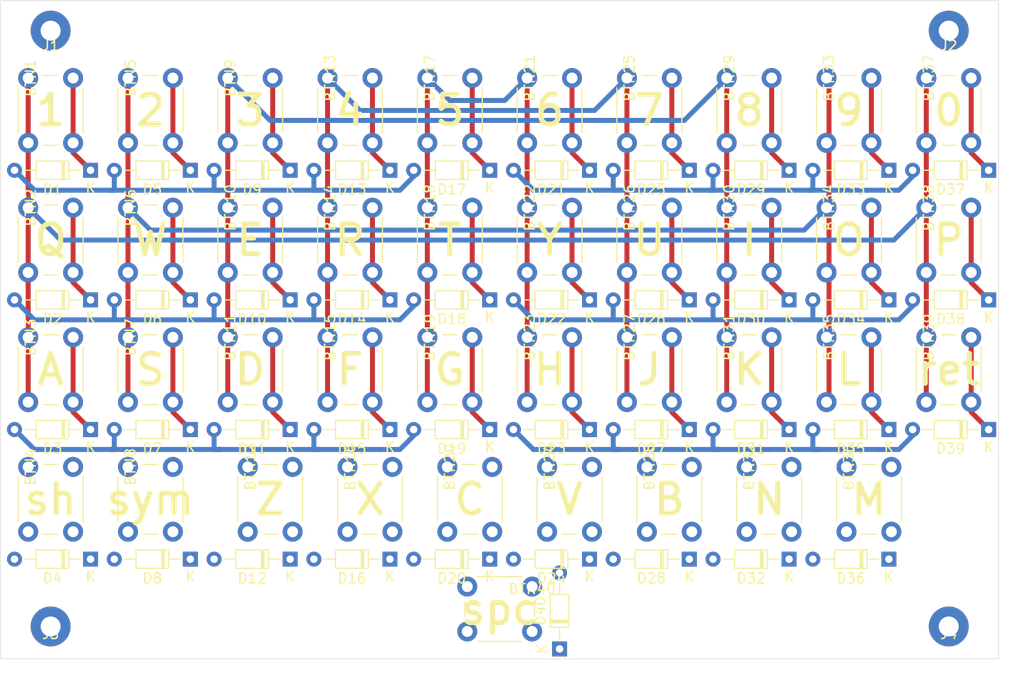
<source format=kicad_pcb>
(kicad_pcb (version 20171130) (host pcbnew 5.1.5-52549c5~84~ubuntu16.04.1)
  (layers (0 F.Cu signal) (31 B.Cu signal) (34 B.Paste user) (35 F.Paste user) (36 B.SilkS user) (37 F.SilkS user) (38 B.Mask user) (39 F.Mask user) (44 Edge.Cuts user))
  (net 0 "")
  (net 1 /ROW1)
  (net 2 "Net-(BTN3-Pad2)")
  (net 3 "Net-(BTN4-Pad2)")
  (net 4 /ROW2)
  (net 5 "Net-(BTN7-Pad2)")
  (net 6 "Net-(BTN8-Pad2)")
  (net 7 /ROW3)
  (net 8 "Net-(BTN9-Pad2)")
  (net 9 "Net-(BTN10-Pad2)")
  (net 10 "Net-(BTN11-Pad2)")
  (net 11 "Net-(BTN12-Pad2)")
  (net 12 /ROW4)
  (net 13 "Net-(BTN13-Pad2)")
  (net 14 "Net-(BTN14-Pad2)")
  (net 15 "Net-(BTN15-Pad2)")
  (net 16 "Net-(BTN16-Pad2)")
  (net 17 /ROW5)
  (net 18 "Net-(BTN17-Pad2)")
  (net 19 "Net-(BTN18-Pad2)")
  (net 20 "Net-(BTN19-Pad2)")
  (net 21 "Net-(BTN20-Pad2)")
  (net 22 "Net-(BTN21-Pad2)")
  (net 23 "Net-(BTN22-Pad2)")
  (net 24 "Net-(BTN23-Pad2)")
  (net 25 "Net-(BTN24-Pad2)")
  (net 26 "Net-(BTN25-Pad2)")
  (net 27 "Net-(BTN26-Pad2)")
  (net 28 "Net-(BTN27-Pad2)")
  (net 29 "Net-(BTN28-Pad2)")
  (net 30 "Net-(BTN29-Pad2)")
  (net 31 "Net-(BTN30-Pad2)")
  (net 32 "Net-(BTN31-Pad2)")
  (net 33 "Net-(BTN32-Pad2)")
  (net 34 "Net-(BTN33-Pad2)")
  (net 35 "Net-(BTN34-Pad2)")
  (net 36 "Net-(BTN35-Pad2)")
  (net 37 "Net-(BTN36-Pad2)")
  (net 38 "Net-(BTN37-Pad2)")
  (net 39 "Net-(BTN38-Pad2)")
  (net 40 "Net-(BTN39-Pad2)")
  (net 41 "Net-(BTN40-Pad2)")
  (net 42 /COL1)
  (net 43 /COL2)
  (net 44 /COL3)
  (net 45 /COL4)
  (net 46 /COL5)
  (net 47 /COL6)
  (net 48 /COL7)
  (net 49 /COL8)
  (net 50 /1)
  (net 51 /Q)
  (net 52 /2)
  (net 53 /W)
  (net 54 "Net-(J1-Pad1)")
  (net 55 "Net-(J2-Pad1)")
  (net 56 "Net-(J3-Pad1)")
  (net 57 "Net-(J4-Pad1)")
  (module keyboard:HOLE_2mm_Keep4mm (layer F.Cu) (at 109 77)
    (fp_text reference J4 (at 0 0.5) (layer F.SilkS))
    (fp_text value PIN)
    (pad 1 thru_hole circle (at 0 -0.25) (size 4 4) (drill 2) (layers *.Cu *.Mask) (net 57 "Net-(J4-Pad1)"))
  )
  (module keyboard:HOLE_2mm_Keep4mm (layer F.Cu) (at 19 77)
    (fp_text reference J3 (at 0 0.5) (layer F.SilkS))
    (fp_text value PIN)
    (pad 1 thru_hole circle (at 0 -0.25) (size 4 4) (drill 2) (layers *.Cu *.Mask) (net 56 "Net-(J3-Pad1)"))
  )
  (module keyboard:HOLE_2mm_Keep4mm (layer F.Cu) (at 109 18)
    (fp_text reference J2 (at 0 0.5) (layer F.SilkS))
    (fp_text value PIN)
    (pad 1 thru_hole circle (at 0 -1) (size 4 4) (drill 2) (layers *.Cu *.Mask) (net 55 "Net-(J2-Pad1)"))
  )
  (module keyboard:HOLE_2mm_Keep4mm (layer F.Cu) (at 19 18)
    (fp_text reference J1 (at 0 0.5) (layer F.SilkS))
    (fp_text value PIN)
    (pad 1 thru_hole circle (at 0 -1) (size 4 4) (drill 2) (layers *.Cu *.Mask) (net 54 "Net-(J1-Pad1)"))
  )
  (module keyboard:SW_PUSH_6mm (layer F.Cu) (at 64 75)
    (fp_text reference BTN40 (at 3.25 -2) (layer F.SilkS))
    (fp_text value SPC)
    (pad 1 thru_hole circle (at 3.25 -2.25 90) (size 2 2) (drill 1.1) (layers *.Cu *.Mask) (net 1 /ROW1))
    (pad 2 thru_hole circle (at 3.25 2.25 90) (size 2 2) (drill 1.1) (layers *.Cu *.Mask) (net 41 "Net-(BTN40-Pad2)"))
    (pad 1 thru_hole circle (at -3.25 -2.25 90) (size 2 2) (drill 1.1) (layers *.Cu *.Mask) (net 1 /ROW1))
    (pad 2 thru_hole circle (at -3.25 2.25 90) (size 2 2) (drill 1.1) (layers *.Cu *.Mask) (net 41 "Net-(BTN40-Pad2)"))
  )
  (module keyboard:SW_PUSH_6mm (layer F.Cu) (at 109 51 90)
    (fp_text reference BTN39 (at 3.25 -2 90) (layer F.SilkS))
    (fp_text value RET)
    (pad 1 thru_hole circle (at 3.25 -2.25 180) (size 2 2) (drill 1.1) (layers *.Cu *.Mask) (net 1 /ROW1))
    (pad 2 thru_hole circle (at 3.25 2.25 180) (size 2 2) (drill 1.1) (layers *.Cu *.Mask) (net 40 "Net-(BTN39-Pad2)"))
    (pad 1 thru_hole circle (at -3.25 -2.25 180) (size 2 2) (drill 1.1) (layers *.Cu *.Mask) (net 1 /ROW1))
    (pad 2 thru_hole circle (at -3.25 2.25 180) (size 2 2) (drill 1.1) (layers *.Cu *.Mask) (net 40 "Net-(BTN39-Pad2)"))
  )
  (module keyboard:SW_PUSH_6mm (layer F.Cu) (at 109 38 90)
    (fp_text reference BTN38 (at 3.25 -2 90) (layer F.SilkS))
    (fp_text value P)
    (pad 1 thru_hole circle (at 3.25 -2.25 180) (size 2 2) (drill 1.1) (layers *.Cu *.Mask) (net 1 /ROW1))
    (pad 2 thru_hole circle (at 3.25 2.25 180) (size 2 2) (drill 1.1) (layers *.Cu *.Mask) (net 39 "Net-(BTN38-Pad2)"))
    (pad 1 thru_hole circle (at -3.25 -2.25 180) (size 2 2) (drill 1.1) (layers *.Cu *.Mask) (net 1 /ROW1))
    (pad 2 thru_hole circle (at -3.25 2.25 180) (size 2 2) (drill 1.1) (layers *.Cu *.Mask) (net 39 "Net-(BTN38-Pad2)"))
  )
  (module keyboard:SW_PUSH_6mm (layer F.Cu) (at 109 25 90)
    (fp_text reference BTN37 (at 3.25 -2 90) (layer F.SilkS))
    (fp_text value 0)
    (pad 1 thru_hole circle (at 3.25 -2.25 180) (size 2 2) (drill 1.1) (layers *.Cu *.Mask) (net 1 /ROW1))
    (pad 2 thru_hole circle (at 3.25 2.25 180) (size 2 2) (drill 1.1) (layers *.Cu *.Mask) (net 38 "Net-(BTN37-Pad2)"))
    (pad 1 thru_hole circle (at -3.25 -2.25 180) (size 2 2) (drill 1.1) (layers *.Cu *.Mask) (net 1 /ROW1))
    (pad 2 thru_hole circle (at -3.25 2.25 180) (size 2 2) (drill 1.1) (layers *.Cu *.Mask) (net 38 "Net-(BTN37-Pad2)"))
  )
  (module keyboard:SW_PUSH_6mm (layer F.Cu) (at 101 64 90)
    (fp_text reference BTN36 (at 3.25 -2 90) (layer F.SilkS))
    (fp_text value btn)
    (pad 1 thru_hole circle (at 3.25 -2.25 180) (size 2 2) (drill 1.1) (layers *.Cu *.Mask) (net 4 /ROW2))
    (pad 2 thru_hole circle (at 3.25 2.25 180) (size 2 2) (drill 1.1) (layers *.Cu *.Mask) (net 37 "Net-(BTN36-Pad2)"))
    (pad 1 thru_hole circle (at -3.25 -2.25 180) (size 2 2) (drill 1.1) (layers *.Cu *.Mask) (net 4 /ROW2))
    (pad 2 thru_hole circle (at -3.25 2.25 180) (size 2 2) (drill 1.1) (layers *.Cu *.Mask) (net 37 "Net-(BTN36-Pad2)"))
  )
  (module keyboard:SW_PUSH_6mm (layer F.Cu) (at 99 51 90)
    (fp_text reference BTN35 (at 3.25 -2 90) (layer F.SilkS))
    (fp_text value L)
    (pad 1 thru_hole circle (at 3.25 -2.25 180) (size 2 2) (drill 1.1) (layers *.Cu *.Mask) (net 4 /ROW2))
    (pad 2 thru_hole circle (at 3.25 2.25 180) (size 2 2) (drill 1.1) (layers *.Cu *.Mask) (net 36 "Net-(BTN35-Pad2)"))
    (pad 1 thru_hole circle (at -3.25 -2.25 180) (size 2 2) (drill 1.1) (layers *.Cu *.Mask) (net 4 /ROW2))
    (pad 2 thru_hole circle (at -3.25 2.25 180) (size 2 2) (drill 1.1) (layers *.Cu *.Mask) (net 36 "Net-(BTN35-Pad2)"))
  )
  (module keyboard:SW_PUSH_6mm (layer F.Cu) (at 99 38 90)
    (fp_text reference BTN34 (at 3.25 -2 90) (layer F.SilkS))
    (fp_text value o)
    (pad 1 thru_hole circle (at 3.25 -2.25 180) (size 2 2) (drill 1.1) (layers *.Cu *.Mask) (net 4 /ROW2))
    (pad 2 thru_hole circle (at 3.25 2.25 180) (size 2 2) (drill 1.1) (layers *.Cu *.Mask) (net 35 "Net-(BTN34-Pad2)"))
    (pad 1 thru_hole circle (at -3.25 -2.25 180) (size 2 2) (drill 1.1) (layers *.Cu *.Mask) (net 4 /ROW2))
    (pad 2 thru_hole circle (at -3.25 2.25 180) (size 2 2) (drill 1.1) (layers *.Cu *.Mask) (net 35 "Net-(BTN34-Pad2)"))
  )
  (module keyboard:SW_PUSH_6mm (layer F.Cu) (at 99 25 90)
    (fp_text reference BTN33 (at 3.25 -2 90) (layer F.SilkS))
    (fp_text value 9)
    (pad 1 thru_hole circle (at 3.25 -2.25 180) (size 2 2) (drill 1.1) (layers *.Cu *.Mask) (net 4 /ROW2))
    (pad 2 thru_hole circle (at 3.25 2.25 180) (size 2 2) (drill 1.1) (layers *.Cu *.Mask) (net 34 "Net-(BTN33-Pad2)"))
    (pad 1 thru_hole circle (at -3.25 -2.25 180) (size 2 2) (drill 1.1) (layers *.Cu *.Mask) (net 4 /ROW2))
    (pad 2 thru_hole circle (at -3.25 2.25 180) (size 2 2) (drill 1.1) (layers *.Cu *.Mask) (net 34 "Net-(BTN33-Pad2)"))
  )
  (module keyboard:SW_PUSH_6mm (layer F.Cu) (at 91 64 90)
    (fp_text reference BTN32 (at 3.25 -2 90) (layer F.SilkS))
    (fp_text value N)
    (pad 1 thru_hole circle (at 3.25 -2.25 180) (size 2 2) (drill 1.1) (layers *.Cu *.Mask) (net 7 /ROW3))
    (pad 2 thru_hole circle (at 3.25 2.25 180) (size 2 2) (drill 1.1) (layers *.Cu *.Mask) (net 33 "Net-(BTN32-Pad2)"))
    (pad 1 thru_hole circle (at -3.25 -2.25 180) (size 2 2) (drill 1.1) (layers *.Cu *.Mask) (net 7 /ROW3))
    (pad 2 thru_hole circle (at -3.25 2.25 180) (size 2 2) (drill 1.1) (layers *.Cu *.Mask) (net 33 "Net-(BTN32-Pad2)"))
  )
  (module keyboard:SW_PUSH_6mm (layer F.Cu) (at 89 51 90)
    (fp_text reference BTN31 (at 3.25 -2 90) (layer F.SilkS))
    (fp_text value K)
    (pad 1 thru_hole circle (at 3.25 -2.25 180) (size 2 2) (drill 1.1) (layers *.Cu *.Mask) (net 7 /ROW3))
    (pad 2 thru_hole circle (at 3.25 2.25 180) (size 2 2) (drill 1.1) (layers *.Cu *.Mask) (net 32 "Net-(BTN31-Pad2)"))
    (pad 1 thru_hole circle (at -3.25 -2.25 180) (size 2 2) (drill 1.1) (layers *.Cu *.Mask) (net 7 /ROW3))
    (pad 2 thru_hole circle (at -3.25 2.25 180) (size 2 2) (drill 1.1) (layers *.Cu *.Mask) (net 32 "Net-(BTN31-Pad2)"))
  )
  (module keyboard:SW_PUSH_6mm (layer F.Cu) (at 89 38 90)
    (fp_text reference BTN30 (at 3.25 -2 90) (layer F.SilkS))
    (fp_text value I)
    (pad 1 thru_hole circle (at 3.25 -2.25 180) (size 2 2) (drill 1.1) (layers *.Cu *.Mask) (net 7 /ROW3))
    (pad 2 thru_hole circle (at 3.25 2.25 180) (size 2 2) (drill 1.1) (layers *.Cu *.Mask) (net 31 "Net-(BTN30-Pad2)"))
    (pad 1 thru_hole circle (at -3.25 -2.25 180) (size 2 2) (drill 1.1) (layers *.Cu *.Mask) (net 7 /ROW3))
    (pad 2 thru_hole circle (at -3.25 2.25 180) (size 2 2) (drill 1.1) (layers *.Cu *.Mask) (net 31 "Net-(BTN30-Pad2)"))
  )
  (module keyboard:SW_PUSH_6mm (layer F.Cu) (at 89 25 90)
    (fp_text reference BTN29 (at 3.25 -2 90) (layer F.SilkS))
    (fp_text value 8)
    (pad 1 thru_hole circle (at 3.25 -2.25 180) (size 2 2) (drill 1.1) (layers *.Cu *.Mask) (net 7 /ROW3))
    (pad 2 thru_hole circle (at 3.25 2.25 180) (size 2 2) (drill 1.1) (layers *.Cu *.Mask) (net 30 "Net-(BTN29-Pad2)"))
    (pad 1 thru_hole circle (at -3.25 -2.25 180) (size 2 2) (drill 1.1) (layers *.Cu *.Mask) (net 7 /ROW3))
    (pad 2 thru_hole circle (at -3.25 2.25 180) (size 2 2) (drill 1.1) (layers *.Cu *.Mask) (net 30 "Net-(BTN29-Pad2)"))
  )
  (module keyboard:SW_PUSH_6mm (layer F.Cu) (at 81 64 90)
    (fp_text reference BTN28 (at 3.25 -2 90) (layer F.SilkS))
    (fp_text value B)
    (pad 1 thru_hole circle (at 3.25 -2.25 180) (size 2 2) (drill 1.1) (layers *.Cu *.Mask) (net 12 /ROW4))
    (pad 2 thru_hole circle (at 3.25 2.25 180) (size 2 2) (drill 1.1) (layers *.Cu *.Mask) (net 29 "Net-(BTN28-Pad2)"))
    (pad 1 thru_hole circle (at -3.25 -2.25 180) (size 2 2) (drill 1.1) (layers *.Cu *.Mask) (net 12 /ROW4))
    (pad 2 thru_hole circle (at -3.25 2.25 180) (size 2 2) (drill 1.1) (layers *.Cu *.Mask) (net 29 "Net-(BTN28-Pad2)"))
  )
  (module keyboard:SW_PUSH_6mm (layer F.Cu) (at 79 51 90)
    (fp_text reference BTN27 (at 3.25 -2 90) (layer F.SilkS))
    (fp_text value J)
    (pad 1 thru_hole circle (at 3.25 -2.25 180) (size 2 2) (drill 1.1) (layers *.Cu *.Mask) (net 12 /ROW4))
    (pad 2 thru_hole circle (at 3.25 2.25 180) (size 2 2) (drill 1.1) (layers *.Cu *.Mask) (net 28 "Net-(BTN27-Pad2)"))
    (pad 1 thru_hole circle (at -3.25 -2.25 180) (size 2 2) (drill 1.1) (layers *.Cu *.Mask) (net 12 /ROW4))
    (pad 2 thru_hole circle (at -3.25 2.25 180) (size 2 2) (drill 1.1) (layers *.Cu *.Mask) (net 28 "Net-(BTN27-Pad2)"))
  )
  (module keyboard:SW_PUSH_6mm (layer F.Cu) (at 79 38 90)
    (fp_text reference BTN26 (at 3.25 -2 90) (layer F.SilkS))
    (fp_text value U)
    (pad 1 thru_hole circle (at 3.25 -2.25 180) (size 2 2) (drill 1.1) (layers *.Cu *.Mask) (net 12 /ROW4))
    (pad 2 thru_hole circle (at 3.25 2.25 180) (size 2 2) (drill 1.1) (layers *.Cu *.Mask) (net 27 "Net-(BTN26-Pad2)"))
    (pad 1 thru_hole circle (at -3.25 -2.25 180) (size 2 2) (drill 1.1) (layers *.Cu *.Mask) (net 12 /ROW4))
    (pad 2 thru_hole circle (at -3.25 2.25 180) (size 2 2) (drill 1.1) (layers *.Cu *.Mask) (net 27 "Net-(BTN26-Pad2)"))
  )
  (module keyboard:SW_PUSH_6mm (layer F.Cu) (at 79 25 90)
    (fp_text reference BTN25 (at 3.25 -2 90) (layer F.SilkS))
    (fp_text value 7)
    (pad 1 thru_hole circle (at 3.25 -2.25 180) (size 2 2) (drill 1.1) (layers *.Cu *.Mask) (net 12 /ROW4))
    (pad 2 thru_hole circle (at 3.25 2.25 180) (size 2 2) (drill 1.1) (layers *.Cu *.Mask) (net 26 "Net-(BTN25-Pad2)"))
    (pad 1 thru_hole circle (at -3.25 -2.25 180) (size 2 2) (drill 1.1) (layers *.Cu *.Mask) (net 12 /ROW4))
    (pad 2 thru_hole circle (at -3.25 2.25 180) (size 2 2) (drill 1.1) (layers *.Cu *.Mask) (net 26 "Net-(BTN25-Pad2)"))
  )
  (module keyboard:SW_PUSH_6mm (layer F.Cu) (at 71 64 90)
    (fp_text reference BTN24 (at 3.25 -2 90) (layer F.SilkS))
    (fp_text value V)
    (pad 1 thru_hole circle (at 3.25 -2.25 180) (size 2 2) (drill 1.1) (layers *.Cu *.Mask) (net 17 /ROW5))
    (pad 2 thru_hole circle (at 3.25 2.25 180) (size 2 2) (drill 1.1) (layers *.Cu *.Mask) (net 25 "Net-(BTN24-Pad2)"))
    (pad 1 thru_hole circle (at -3.25 -2.25 180) (size 2 2) (drill 1.1) (layers *.Cu *.Mask) (net 17 /ROW5))
    (pad 2 thru_hole circle (at -3.25 2.25 180) (size 2 2) (drill 1.1) (layers *.Cu *.Mask) (net 25 "Net-(BTN24-Pad2)"))
  )
  (module keyboard:SW_PUSH_6mm (layer F.Cu) (at 69 51 90)
    (fp_text reference BTN23 (at 3.25 -2 90) (layer F.SilkS))
    (fp_text value H)
    (pad 1 thru_hole circle (at 3.25 -2.25 180) (size 2 2) (drill 1.1) (layers *.Cu *.Mask) (net 17 /ROW5))
    (pad 2 thru_hole circle (at 3.25 2.25 180) (size 2 2) (drill 1.1) (layers *.Cu *.Mask) (net 24 "Net-(BTN23-Pad2)"))
    (pad 1 thru_hole circle (at -3.25 -2.25 180) (size 2 2) (drill 1.1) (layers *.Cu *.Mask) (net 17 /ROW5))
    (pad 2 thru_hole circle (at -3.25 2.25 180) (size 2 2) (drill 1.1) (layers *.Cu *.Mask) (net 24 "Net-(BTN23-Pad2)"))
  )
  (module keyboard:SW_PUSH_6mm (layer F.Cu) (at 69 38 90)
    (fp_text reference BTN22 (at 3.25 -2 90) (layer F.SilkS))
    (fp_text value Y)
    (pad 1 thru_hole circle (at 3.25 -2.25 180) (size 2 2) (drill 1.1) (layers *.Cu *.Mask) (net 17 /ROW5))
    (pad 2 thru_hole circle (at 3.25 2.25 180) (size 2 2) (drill 1.1) (layers *.Cu *.Mask) (net 23 "Net-(BTN22-Pad2)"))
    (pad 1 thru_hole circle (at -3.25 -2.25 180) (size 2 2) (drill 1.1) (layers *.Cu *.Mask) (net 17 /ROW5))
    (pad 2 thru_hole circle (at -3.25 2.25 180) (size 2 2) (drill 1.1) (layers *.Cu *.Mask) (net 23 "Net-(BTN22-Pad2)"))
  )
  (module keyboard:SW_PUSH_6mm (layer F.Cu) (at 69 25 90)
    (fp_text reference BTN21 (at 3.25 -2 90) (layer F.SilkS))
    (fp_text value 6)
    (pad 1 thru_hole circle (at 3.25 -2.25 180) (size 2 2) (drill 1.1) (layers *.Cu *.Mask) (net 17 /ROW5))
    (pad 2 thru_hole circle (at 3.25 2.25 180) (size 2 2) (drill 1.1) (layers *.Cu *.Mask) (net 22 "Net-(BTN21-Pad2)"))
    (pad 1 thru_hole circle (at -3.25 -2.25 180) (size 2 2) (drill 1.1) (layers *.Cu *.Mask) (net 17 /ROW5))
    (pad 2 thru_hole circle (at -3.25 2.25 180) (size 2 2) (drill 1.1) (layers *.Cu *.Mask) (net 22 "Net-(BTN21-Pad2)"))
  )
  (module keyboard:SW_PUSH_6mm (layer F.Cu) (at 61 64 90)
    (fp_text reference BTN20 (at 3.25 -2 90) (layer F.SilkS))
    (fp_text value C)
    (pad 1 thru_hole circle (at 3.25 -2.25 180) (size 2 2) (drill 1.1) (layers *.Cu *.Mask) (net 17 /ROW5))
    (pad 2 thru_hole circle (at 3.25 2.25 180) (size 2 2) (drill 1.1) (layers *.Cu *.Mask) (net 21 "Net-(BTN20-Pad2)"))
    (pad 1 thru_hole circle (at -3.25 -2.25 180) (size 2 2) (drill 1.1) (layers *.Cu *.Mask) (net 17 /ROW5))
    (pad 2 thru_hole circle (at -3.25 2.25 180) (size 2 2) (drill 1.1) (layers *.Cu *.Mask) (net 21 "Net-(BTN20-Pad2)"))
  )
  (module keyboard:SW_PUSH_6mm (layer F.Cu) (at 59 51 90)
    (fp_text reference BTN19 (at 3.25 -2 90) (layer F.SilkS))
    (fp_text value G)
    (pad 1 thru_hole circle (at 3.25 -2.25 180) (size 2 2) (drill 1.1) (layers *.Cu *.Mask) (net 17 /ROW5))
    (pad 2 thru_hole circle (at 3.25 2.25 180) (size 2 2) (drill 1.1) (layers *.Cu *.Mask) (net 20 "Net-(BTN19-Pad2)"))
    (pad 1 thru_hole circle (at -3.25 -2.25 180) (size 2 2) (drill 1.1) (layers *.Cu *.Mask) (net 17 /ROW5))
    (pad 2 thru_hole circle (at -3.25 2.25 180) (size 2 2) (drill 1.1) (layers *.Cu *.Mask) (net 20 "Net-(BTN19-Pad2)"))
  )
  (module keyboard:SW_PUSH_6mm (layer F.Cu) (at 59 38 90)
    (fp_text reference BTN18 (at 3.25 -2 90) (layer F.SilkS))
    (fp_text value T)
    (pad 1 thru_hole circle (at 3.25 -2.25 180) (size 2 2) (drill 1.1) (layers *.Cu *.Mask) (net 17 /ROW5))
    (pad 2 thru_hole circle (at 3.25 2.25 180) (size 2 2) (drill 1.1) (layers *.Cu *.Mask) (net 19 "Net-(BTN18-Pad2)"))
    (pad 1 thru_hole circle (at -3.25 -2.25 180) (size 2 2) (drill 1.1) (layers *.Cu *.Mask) (net 17 /ROW5))
    (pad 2 thru_hole circle (at -3.25 2.25 180) (size 2 2) (drill 1.1) (layers *.Cu *.Mask) (net 19 "Net-(BTN18-Pad2)"))
  )
  (module keyboard:SW_PUSH_6mm (layer F.Cu) (at 59 25 90)
    (fp_text reference BTN17 (at 3.25 -2 90) (layer F.SilkS))
    (fp_text value 5)
    (pad 1 thru_hole circle (at 3.25 -2.25 180) (size 2 2) (drill 1.1) (layers *.Cu *.Mask) (net 17 /ROW5))
    (pad 2 thru_hole circle (at 3.25 2.25 180) (size 2 2) (drill 1.1) (layers *.Cu *.Mask) (net 18 "Net-(BTN17-Pad2)"))
    (pad 1 thru_hole circle (at -3.25 -2.25 180) (size 2 2) (drill 1.1) (layers *.Cu *.Mask) (net 17 /ROW5))
    (pad 2 thru_hole circle (at -3.25 2.25 180) (size 2 2) (drill 1.1) (layers *.Cu *.Mask) (net 18 "Net-(BTN17-Pad2)"))
  )
  (module keyboard:SW_PUSH_6mm (layer F.Cu) (at 51 64 90)
    (fp_text reference BTN16 (at 3.25 -2 90) (layer F.SilkS))
    (fp_text value X)
    (pad 1 thru_hole circle (at 3.25 -2.25 180) (size 2 2) (drill 1.1) (layers *.Cu *.Mask) (net 12 /ROW4))
    (pad 2 thru_hole circle (at 3.25 2.25 180) (size 2 2) (drill 1.1) (layers *.Cu *.Mask) (net 16 "Net-(BTN16-Pad2)"))
    (pad 1 thru_hole circle (at -3.25 -2.25 180) (size 2 2) (drill 1.1) (layers *.Cu *.Mask) (net 12 /ROW4))
    (pad 2 thru_hole circle (at -3.25 2.25 180) (size 2 2) (drill 1.1) (layers *.Cu *.Mask) (net 16 "Net-(BTN16-Pad2)"))
  )
  (module keyboard:SW_PUSH_6mm (layer F.Cu) (at 49 51 90)
    (fp_text reference BTN15 (at 3.25 -2 90) (layer F.SilkS))
    (fp_text value F)
    (pad 1 thru_hole circle (at 3.25 -2.25 180) (size 2 2) (drill 1.1) (layers *.Cu *.Mask) (net 12 /ROW4))
    (pad 2 thru_hole circle (at 3.25 2.25 180) (size 2 2) (drill 1.1) (layers *.Cu *.Mask) (net 15 "Net-(BTN15-Pad2)"))
    (pad 1 thru_hole circle (at -3.25 -2.25 180) (size 2 2) (drill 1.1) (layers *.Cu *.Mask) (net 12 /ROW4))
    (pad 2 thru_hole circle (at -3.25 2.25 180) (size 2 2) (drill 1.1) (layers *.Cu *.Mask) (net 15 "Net-(BTN15-Pad2)"))
  )
  (module keyboard:SW_PUSH_6mm (layer F.Cu) (at 49 38 90)
    (fp_text reference BTN14 (at 3.25 -2 90) (layer F.SilkS))
    (fp_text value R)
    (pad 1 thru_hole circle (at 3.25 -2.25 180) (size 2 2) (drill 1.1) (layers *.Cu *.Mask) (net 12 /ROW4))
    (pad 2 thru_hole circle (at 3.25 2.25 180) (size 2 2) (drill 1.1) (layers *.Cu *.Mask) (net 14 "Net-(BTN14-Pad2)"))
    (pad 1 thru_hole circle (at -3.25 -2.25 180) (size 2 2) (drill 1.1) (layers *.Cu *.Mask) (net 12 /ROW4))
    (pad 2 thru_hole circle (at -3.25 2.25 180) (size 2 2) (drill 1.1) (layers *.Cu *.Mask) (net 14 "Net-(BTN14-Pad2)"))
  )
  (module keyboard:SW_PUSH_6mm (layer F.Cu) (at 49 25 90)
    (fp_text reference BTN13 (at 3.25 -2 90) (layer F.SilkS))
    (fp_text value 4)
    (pad 1 thru_hole circle (at 3.25 -2.25 180) (size 2 2) (drill 1.1) (layers *.Cu *.Mask) (net 12 /ROW4))
    (pad 2 thru_hole circle (at 3.25 2.25 180) (size 2 2) (drill 1.1) (layers *.Cu *.Mask) (net 13 "Net-(BTN13-Pad2)"))
    (pad 1 thru_hole circle (at -3.25 -2.25 180) (size 2 2) (drill 1.1) (layers *.Cu *.Mask) (net 12 /ROW4))
    (pad 2 thru_hole circle (at -3.25 2.25 180) (size 2 2) (drill 1.1) (layers *.Cu *.Mask) (net 13 "Net-(BTN13-Pad2)"))
  )
  (module keyboard:SW_PUSH_6mm (layer F.Cu) (at 41 64 90)
    (fp_text reference BTN12 (at 3.25 -2 90) (layer F.SilkS))
    (fp_text value Z)
    (pad 1 thru_hole circle (at 3.25 -2.25 180) (size 2 2) (drill 1.1) (layers *.Cu *.Mask) (net 7 /ROW3))
    (pad 2 thru_hole circle (at 3.25 2.25 180) (size 2 2) (drill 1.1) (layers *.Cu *.Mask) (net 11 "Net-(BTN12-Pad2)"))
    (pad 1 thru_hole circle (at -3.25 -2.25 180) (size 2 2) (drill 1.1) (layers *.Cu *.Mask) (net 7 /ROW3))
    (pad 2 thru_hole circle (at -3.25 2.25 180) (size 2 2) (drill 1.1) (layers *.Cu *.Mask) (net 11 "Net-(BTN12-Pad2)"))
  )
  (module keyboard:SW_PUSH_6mm (layer F.Cu) (at 39 51 90)
    (fp_text reference BTN11 (at 3.25 -2 90) (layer F.SilkS))
    (fp_text value D)
    (pad 1 thru_hole circle (at 3.25 -2.25 180) (size 2 2) (drill 1.1) (layers *.Cu *.Mask) (net 7 /ROW3))
    (pad 2 thru_hole circle (at 3.25 2.25 180) (size 2 2) (drill 1.1) (layers *.Cu *.Mask) (net 10 "Net-(BTN11-Pad2)"))
    (pad 1 thru_hole circle (at -3.25 -2.25 180) (size 2 2) (drill 1.1) (layers *.Cu *.Mask) (net 7 /ROW3))
    (pad 2 thru_hole circle (at -3.25 2.25 180) (size 2 2) (drill 1.1) (layers *.Cu *.Mask) (net 10 "Net-(BTN11-Pad2)"))
  )
  (module keyboard:SW_PUSH_6mm (layer F.Cu) (at 39 38 90)
    (fp_text reference BTN10 (at 3.25 -2 90) (layer F.SilkS))
    (fp_text value E)
    (pad 1 thru_hole circle (at 3.25 -2.25 180) (size 2 2) (drill 1.1) (layers *.Cu *.Mask) (net 7 /ROW3))
    (pad 2 thru_hole circle (at 3.25 2.25 180) (size 2 2) (drill 1.1) (layers *.Cu *.Mask) (net 9 "Net-(BTN10-Pad2)"))
    (pad 1 thru_hole circle (at -3.25 -2.25 180) (size 2 2) (drill 1.1) (layers *.Cu *.Mask) (net 7 /ROW3))
    (pad 2 thru_hole circle (at -3.25 2.25 180) (size 2 2) (drill 1.1) (layers *.Cu *.Mask) (net 9 "Net-(BTN10-Pad2)"))
  )
  (module keyboard:SW_PUSH_6mm (layer F.Cu) (at 39 25 90)
    (fp_text reference BTN9 (at 3.25 -2 90) (layer F.SilkS))
    (fp_text value 3)
    (pad 1 thru_hole circle (at 3.25 -2.25 180) (size 2 2) (drill 1.1) (layers *.Cu *.Mask) (net 7 /ROW3))
    (pad 2 thru_hole circle (at 3.25 2.25 180) (size 2 2) (drill 1.1) (layers *.Cu *.Mask) (net 8 "Net-(BTN9-Pad2)"))
    (pad 1 thru_hole circle (at -3.25 -2.25 180) (size 2 2) (drill 1.1) (layers *.Cu *.Mask) (net 7 /ROW3))
    (pad 2 thru_hole circle (at -3.25 2.25 180) (size 2 2) (drill 1.1) (layers *.Cu *.Mask) (net 8 "Net-(BTN9-Pad2)"))
  )
  (module keyboard:SW_PUSH_6mm (layer F.Cu) (at 29 64 90)
    (fp_text reference BTN8 (at 3.25 -2 90) (layer F.SilkS))
    (fp_text value SYM)
    (pad 1 thru_hole circle (at 3.25 -2.25 180) (size 2 2) (drill 1.1) (layers *.Cu *.Mask) (net 4 /ROW2))
    (pad 2 thru_hole circle (at 3.25 2.25 180) (size 2 2) (drill 1.1) (layers *.Cu *.Mask) (net 6 "Net-(BTN8-Pad2)"))
    (pad 1 thru_hole circle (at -3.25 -2.25 180) (size 2 2) (drill 1.1) (layers *.Cu *.Mask) (net 4 /ROW2))
    (pad 2 thru_hole circle (at -3.25 2.25 180) (size 2 2) (drill 1.1) (layers *.Cu *.Mask) (net 6 "Net-(BTN8-Pad2)"))
  )
  (module keyboard:SW_PUSH_6mm (layer F.Cu) (at 29 51 90)
    (fp_text reference BTN7 (at 3.25 -2 90) (layer F.SilkS))
    (fp_text value S)
    (pad 1 thru_hole circle (at 3.25 -2.25 180) (size 2 2) (drill 1.1) (layers *.Cu *.Mask) (net 4 /ROW2))
    (pad 2 thru_hole circle (at 3.25 2.25 180) (size 2 2) (drill 1.1) (layers *.Cu *.Mask) (net 5 "Net-(BTN7-Pad2)"))
    (pad 1 thru_hole circle (at -3.25 -2.25 180) (size 2 2) (drill 1.1) (layers *.Cu *.Mask) (net 4 /ROW2))
    (pad 2 thru_hole circle (at -3.25 2.25 180) (size 2 2) (drill 1.1) (layers *.Cu *.Mask) (net 5 "Net-(BTN7-Pad2)"))
  )
  (module keyboard:SW_PUSH_6mm (layer F.Cu) (at 29 38 90)
    (fp_text reference BTN6 (at 3.25 -2 90) (layer F.SilkS))
    (fp_text value W)
    (pad 1 thru_hole circle (at 3.25 -2.25 180) (size 2 2) (drill 1.1) (layers *.Cu *.Mask) (net 4 /ROW2))
    (pad 2 thru_hole circle (at 3.25 2.25 180) (size 2 2) (drill 1.1) (layers *.Cu *.Mask) (net 53 /W))
    (pad 1 thru_hole circle (at -3.25 -2.25 180) (size 2 2) (drill 1.1) (layers *.Cu *.Mask) (net 4 /ROW2))
    (pad 2 thru_hole circle (at -3.25 2.25 180) (size 2 2) (drill 1.1) (layers *.Cu *.Mask) (net 53 /W))
  )
  (module keyboard:SW_PUSH_6mm (layer F.Cu) (at 29 25 90)
    (fp_text reference BTN5 (at 3.25 -2 90) (layer F.SilkS))
    (fp_text value 2)
    (pad 1 thru_hole circle (at 3.25 -2.25 180) (size 2 2) (drill 1.1) (layers *.Cu *.Mask) (net 4 /ROW2))
    (pad 2 thru_hole circle (at 3.25 2.25 180) (size 2 2) (drill 1.1) (layers *.Cu *.Mask) (net 52 /2))
    (pad 1 thru_hole circle (at -3.25 -2.25 180) (size 2 2) (drill 1.1) (layers *.Cu *.Mask) (net 4 /ROW2))
    (pad 2 thru_hole circle (at -3.25 2.25 180) (size 2 2) (drill 1.1) (layers *.Cu *.Mask) (net 52 /2))
  )
  (module keyboard:SW_PUSH_6mm (layer F.Cu) (at 19 64 90)
    (fp_text reference BTN4 (at 3.25 -2 90) (layer F.SilkS))
    (fp_text value SHIFT)
    (pad 1 thru_hole circle (at 3.25 -2.25 180) (size 2 2) (drill 1.1) (layers *.Cu *.Mask) (net 1 /ROW1))
    (pad 2 thru_hole circle (at 3.25 2.25 180) (size 2 2) (drill 1.1) (layers *.Cu *.Mask) (net 3 "Net-(BTN4-Pad2)"))
    (pad 1 thru_hole circle (at -3.25 -2.25 180) (size 2 2) (drill 1.1) (layers *.Cu *.Mask) (net 1 /ROW1))
    (pad 2 thru_hole circle (at -3.25 2.25 180) (size 2 2) (drill 1.1) (layers *.Cu *.Mask) (net 3 "Net-(BTN4-Pad2)"))
  )
  (module keyboard:SW_PUSH_6mm (layer F.Cu) (at 19 51 90)
    (fp_text reference BTN3 (at 3.25 -2 90) (layer F.SilkS))
    (fp_text value A)
    (pad 2 thru_hole circle (at -3.25 2.25 180) (size 2 2) (drill 1.1) (layers *.Cu *.Mask) (net 2 "Net-(BTN3-Pad2)"))
    (pad 1 thru_hole circle (at -3.25 -2.25 180) (size 2 2) (drill 1.1) (layers *.Cu *.Mask) (net 1 /ROW1))
    (pad 2 thru_hole circle (at 3.25 2.25 180) (size 2 2) (drill 1.1) (layers *.Cu *.Mask) (net 2 "Net-(BTN3-Pad2)"))
    (pad 1 thru_hole circle (at 3.25 -2.25 180) (size 2 2) (drill 1.1) (layers *.Cu *.Mask) (net 1 /ROW1))
  )
  (module keyboard:SW_PUSH_6mm (layer F.Cu) (at 19 38 90)
    (fp_text reference BTN2 (at 3.25 -2 90) (layer F.SilkS))
    (fp_text value Q)
    (pad 1 thru_hole circle (at 3.25 -2.25 180) (size 2 2) (drill 1.1) (layers *.Cu *.Mask) (net 1 /ROW1))
    (pad 2 thru_hole circle (at 3.25 2.25 180) (size 2 2) (drill 1.1) (layers *.Cu *.Mask) (net 51 /Q))
    (pad 1 thru_hole circle (at -3.25 -2.25 180) (size 2 2) (drill 1.1) (layers *.Cu *.Mask) (net 1 /ROW1))
    (pad 2 thru_hole circle (at -3.25 2.25 180) (size 2 2) (drill 1.1) (layers *.Cu *.Mask) (net 51 /Q))
  )
  (module keyboard:SW_PUSH_6mm (layer F.Cu) (at 19 25 90)
    (fp_text reference BTN1 (at 3.25 -2 90) (layer F.SilkS))
    (fp_text value 1)
    (pad 1 thru_hole circle (at 3.25 -2.25 180) (size 2 2) (drill 1.1) (layers *.Cu *.Mask) (net 1 /ROW1))
    (pad 2 thru_hole circle (at 3.25 2.25 180) (size 2 2) (drill 1.1) (layers *.Cu *.Mask) (net 50 /1))
    (pad 1 thru_hole circle (at -3.25 -2.25 180) (size 2 2) (drill 1.1) (layers *.Cu *.Mask) (net 1 /ROW1))
    (pad 2 thru_hole circle (at -3.25 2.25 180) (size 2 2) (drill 1.1) (layers *.Cu *.Mask) (net 50 /1))
  )
  (module keyboard:D_DO-34_SOD68_P7.62mm_Horizontal (layer F.Cu) (at 70 79 90)
    (fp_text reference D40 (at 3.81 -1.92 90) (layer F.SilkS))
    (fp_text value DIODE)
    (fp_text user K (at 0 -1.75 90) (layer F.SilkS))
    (pad A thru_hole oval (at 7.62 0 90) (size 1.5 1.5) (drill 0.75) (layers *.Cu *.Mask) (net 49 /COL8))
    (pad K thru_hole rect (at 0 0 90) (size 1.5 1.5) (drill 0.75) (layers *.Cu *.Mask) (net 41 "Net-(BTN40-Pad2)"))
  )
  (module keyboard:D_DO-34_SOD68_P7.62mm_Horizontal (layer F.Cu) (at 113 57 180)
    (fp_text reference D39 (at 3.81 -1.92 180) (layer F.SilkS))
    (fp_text value DIODE)
    (fp_text user K (at 0 -1.75 180) (layer F.SilkS))
    (pad A thru_hole oval (at 7.62 0 180) (size 1.5 1.5) (drill 0.75) (layers *.Cu *.Mask) (net 48 /COL7))
    (pad K thru_hole rect (at 0 0 180) (size 1.5 1.5) (drill 0.75) (layers *.Cu *.Mask) (net 40 "Net-(BTN39-Pad2)"))
  )
  (module keyboard:D_DO-34_SOD68_P7.62mm_Horizontal (layer F.Cu) (at 113 44 180)
    (fp_text reference D38 (at 3.81 -1.92 180) (layer F.SilkS))
    (fp_text value DIODE)
    (fp_text user K (at 0 -1.75 180) (layer F.SilkS))
    (pad A thru_hole oval (at 7.62 0 180) (size 1.5 1.5) (drill 0.75) (layers *.Cu *.Mask) (net 47 /COL6))
    (pad K thru_hole rect (at 0 0 180) (size 1.5 1.5) (drill 0.75) (layers *.Cu *.Mask) (net 39 "Net-(BTN38-Pad2)"))
  )
  (module keyboard:D_DO-34_SOD68_P7.62mm_Horizontal (layer F.Cu) (at 113 31 180)
    (fp_text reference D37 (at 3.81 -1.92 180) (layer F.SilkS))
    (fp_text value DIODE)
    (fp_text user K (at 0 -1.75 180) (layer F.SilkS))
    (pad A thru_hole oval (at 7.62 0 180) (size 1.5 1.5) (drill 0.75) (layers *.Cu *.Mask) (net 46 /COL5))
    (pad K thru_hole rect (at 0 0 180) (size 1.5 1.5) (drill 0.75) (layers *.Cu *.Mask) (net 38 "Net-(BTN37-Pad2)"))
  )
  (module keyboard:D_DO-34_SOD68_P7.62mm_Horizontal (layer F.Cu) (at 103 70 180)
    (fp_text reference D36 (at 3.81 -1.92 180) (layer F.SilkS))
    (fp_text value DIODE)
    (fp_text user K (at 0 -1.75 180) (layer F.SilkS))
    (pad A thru_hole oval (at 7.62 0 180) (size 1.5 1.5) (drill 0.75) (layers *.Cu *.Mask) (net 49 /COL8))
    (pad K thru_hole rect (at 0 0 180) (size 1.5 1.5) (drill 0.75) (layers *.Cu *.Mask) (net 37 "Net-(BTN36-Pad2)"))
  )
  (module keyboard:D_DO-34_SOD68_P7.62mm_Horizontal (layer F.Cu) (at 103 57 180)
    (fp_text reference D35 (at 3.81 -1.92 180) (layer F.SilkS))
    (fp_text value DIODE)
    (fp_text user K (at 0 -1.75 180) (layer F.SilkS))
    (pad A thru_hole oval (at 7.62 0 180) (size 1.5 1.5) (drill 0.75) (layers *.Cu *.Mask) (net 48 /COL7))
    (pad K thru_hole rect (at 0 0 180) (size 1.5 1.5) (drill 0.75) (layers *.Cu *.Mask) (net 36 "Net-(BTN35-Pad2)"))
  )
  (module keyboard:D_DO-34_SOD68_P7.62mm_Horizontal (layer F.Cu) (at 103 44 180)
    (fp_text reference D34 (at 3.81 -1.92 180) (layer F.SilkS))
    (fp_text value DIODE)
    (fp_text user K (at 0 -1.75 180) (layer F.SilkS))
    (pad A thru_hole oval (at 7.62 0 180) (size 1.5 1.5) (drill 0.75) (layers *.Cu *.Mask) (net 47 /COL6))
    (pad K thru_hole rect (at 0 0 180) (size 1.5 1.5) (drill 0.75) (layers *.Cu *.Mask) (net 35 "Net-(BTN34-Pad2)"))
  )
  (module keyboard:D_DO-34_SOD68_P7.62mm_Horizontal (layer F.Cu) (at 103 31 180)
    (fp_text reference D33 (at 3.81 -1.92 180) (layer F.SilkS))
    (fp_text value DIODE)
    (fp_text user K (at 0 -1.75 180) (layer F.SilkS))
    (pad A thru_hole oval (at 7.62 0 180) (size 1.5 1.5) (drill 0.75) (layers *.Cu *.Mask) (net 46 /COL5))
    (pad K thru_hole rect (at 0 0 180) (size 1.5 1.5) (drill 0.75) (layers *.Cu *.Mask) (net 34 "Net-(BTN33-Pad2)"))
  )
  (module keyboard:D_DO-34_SOD68_P7.62mm_Horizontal (layer F.Cu) (at 93 70 180)
    (fp_text reference D32 (at 3.81 -1.92 180) (layer F.SilkS))
    (fp_text value DIODE)
    (fp_text user K (at 0 -1.75 180) (layer F.SilkS))
    (pad A thru_hole oval (at 7.62 0 180) (size 1.5 1.5) (drill 0.75) (layers *.Cu *.Mask) (net 49 /COL8))
    (pad K thru_hole rect (at 0 0 180) (size 1.5 1.5) (drill 0.75) (layers *.Cu *.Mask) (net 33 "Net-(BTN32-Pad2)"))
  )
  (module keyboard:D_DO-34_SOD68_P7.62mm_Horizontal (layer F.Cu) (at 93 57 180)
    (fp_text reference D31 (at 3.81 -1.92 180) (layer F.SilkS))
    (fp_text value DIODE)
    (fp_text user K (at 0 -1.75 180) (layer F.SilkS))
    (pad A thru_hole oval (at 7.62 0 180) (size 1.5 1.5) (drill 0.75) (layers *.Cu *.Mask) (net 48 /COL7))
    (pad K thru_hole rect (at 0 0 180) (size 1.5 1.5) (drill 0.75) (layers *.Cu *.Mask) (net 32 "Net-(BTN31-Pad2)"))
  )
  (module keyboard:D_DO-34_SOD68_P7.62mm_Horizontal (layer F.Cu) (at 93 44 180)
    (fp_text reference D30 (at 3.81 -1.92 180) (layer F.SilkS))
    (fp_text value DIODE)
    (fp_text user K (at 0 -1.75 180) (layer F.SilkS))
    (pad A thru_hole oval (at 7.62 0 180) (size 1.5 1.5) (drill 0.75) (layers *.Cu *.Mask) (net 47 /COL6))
    (pad K thru_hole rect (at 0 0 180) (size 1.5 1.5) (drill 0.75) (layers *.Cu *.Mask) (net 31 "Net-(BTN30-Pad2)"))
  )
  (module keyboard:D_DO-34_SOD68_P7.62mm_Horizontal (layer F.Cu) (at 93 31 180)
    (fp_text reference D29 (at 3.81 -1.92 180) (layer F.SilkS))
    (fp_text value DIODE)
    (fp_text user K (at 0 -1.75 180) (layer F.SilkS))
    (pad A thru_hole oval (at 7.62 0 180) (size 1.5 1.5) (drill 0.75) (layers *.Cu *.Mask) (net 46 /COL5))
    (pad K thru_hole rect (at 0 0 180) (size 1.5 1.5) (drill 0.75) (layers *.Cu *.Mask) (net 30 "Net-(BTN29-Pad2)"))
  )
  (module keyboard:D_DO-34_SOD68_P7.62mm_Horizontal (layer F.Cu) (at 83 70 180)
    (fp_text reference D28 (at 3.81 -1.92 180) (layer F.SilkS))
    (fp_text value DIODE)
    (fp_text user K (at 0 -1.75 180) (layer F.SilkS))
    (pad A thru_hole oval (at 7.62 0 180) (size 1.5 1.5) (drill 0.75) (layers *.Cu *.Mask) (net 49 /COL8))
    (pad K thru_hole rect (at 0 0 180) (size 1.5 1.5) (drill 0.75) (layers *.Cu *.Mask) (net 29 "Net-(BTN28-Pad2)"))
  )
  (module keyboard:D_DO-34_SOD68_P7.62mm_Horizontal (layer F.Cu) (at 83 57 180)
    (fp_text reference D27 (at 3.81 -1.92 180) (layer F.SilkS))
    (fp_text value DIODE)
    (fp_text user K (at 0 -1.75 180) (layer F.SilkS))
    (pad A thru_hole oval (at 7.62 0 180) (size 1.5 1.5) (drill 0.75) (layers *.Cu *.Mask) (net 48 /COL7))
    (pad K thru_hole rect (at 0 0 180) (size 1.5 1.5) (drill 0.75) (layers *.Cu *.Mask) (net 28 "Net-(BTN27-Pad2)"))
  )
  (module keyboard:D_DO-34_SOD68_P7.62mm_Horizontal (layer F.Cu) (at 83 44 180)
    (fp_text reference D26 (at 3.81 -1.92 180) (layer F.SilkS))
    (fp_text value DIODE)
    (fp_text user K (at 0 -1.75 180) (layer F.SilkS))
    (pad A thru_hole oval (at 7.62 0 180) (size 1.5 1.5) (drill 0.75) (layers *.Cu *.Mask) (net 47 /COL6))
    (pad K thru_hole rect (at 0 0 180) (size 1.5 1.5) (drill 0.75) (layers *.Cu *.Mask) (net 27 "Net-(BTN26-Pad2)"))
  )
  (module keyboard:D_DO-34_SOD68_P7.62mm_Horizontal (layer F.Cu) (at 83 31 180)
    (fp_text reference D25 (at 3.81 -1.92 180) (layer F.SilkS))
    (fp_text value DIODE)
    (fp_text user K (at 0 -1.75 180) (layer F.SilkS))
    (pad A thru_hole oval (at 7.62 0 180) (size 1.5 1.5) (drill 0.75) (layers *.Cu *.Mask) (net 46 /COL5))
    (pad K thru_hole rect (at 0 0 180) (size 1.5 1.5) (drill 0.75) (layers *.Cu *.Mask) (net 26 "Net-(BTN25-Pad2)"))
  )
  (module keyboard:D_DO-34_SOD68_P7.62mm_Horizontal (layer F.Cu) (at 73 70 180)
    (fp_text reference D24 (at 3.81 -1.92 180) (layer F.SilkS))
    (fp_text value DIODE)
    (fp_text user K (at 0 -1.75 180) (layer F.SilkS))
    (pad A thru_hole oval (at 7.62 0 180) (size 1.5 1.5) (drill 0.75) (layers *.Cu *.Mask) (net 49 /COL8))
    (pad K thru_hole rect (at 0 0 180) (size 1.5 1.5) (drill 0.75) (layers *.Cu *.Mask) (net 25 "Net-(BTN24-Pad2)"))
  )
  (module keyboard:D_DO-34_SOD68_P7.62mm_Horizontal (layer F.Cu) (at 73 57 180)
    (fp_text reference D23 (at 3.81 -1.92 180) (layer F.SilkS))
    (fp_text value DIODE)
    (fp_text user K (at 0 -1.75 180) (layer F.SilkS))
    (pad A thru_hole oval (at 7.62 0 180) (size 1.5 1.5) (drill 0.75) (layers *.Cu *.Mask) (net 48 /COL7))
    (pad K thru_hole rect (at 0 0 180) (size 1.5 1.5) (drill 0.75) (layers *.Cu *.Mask) (net 24 "Net-(BTN23-Pad2)"))
  )
  (module keyboard:D_DO-34_SOD68_P7.62mm_Horizontal (layer F.Cu) (at 73 44 180)
    (fp_text reference D22 (at 3.81 -1.92 180) (layer F.SilkS))
    (fp_text value DIODE)
    (fp_text user K (at 0 -1.75 180) (layer F.SilkS))
    (pad A thru_hole oval (at 7.62 0 180) (size 1.5 1.5) (drill 0.75) (layers *.Cu *.Mask) (net 47 /COL6))
    (pad K thru_hole rect (at 0 0 180) (size 1.5 1.5) (drill 0.75) (layers *.Cu *.Mask) (net 23 "Net-(BTN22-Pad2)"))
  )
  (module keyboard:D_DO-34_SOD68_P7.62mm_Horizontal (layer F.Cu) (at 73 31 180)
    (fp_text reference D21 (at 3.81 -1.92 180) (layer F.SilkS))
    (fp_text value DIODE)
    (fp_text user K (at 0 -1.75 180) (layer F.SilkS))
    (pad A thru_hole oval (at 7.62 0 180) (size 1.5 1.5) (drill 0.75) (layers *.Cu *.Mask) (net 46 /COL5))
    (pad K thru_hole rect (at 0 0 180) (size 1.5 1.5) (drill 0.75) (layers *.Cu *.Mask) (net 22 "Net-(BTN21-Pad2)"))
  )
  (module keyboard:D_DO-34_SOD68_P7.62mm_Horizontal (layer F.Cu) (at 63 70 180)
    (fp_text reference D20 (at 3.81 -1.92 180) (layer F.SilkS))
    (fp_text value DIODE)
    (fp_text user K (at 0 -1.75 180) (layer F.SilkS))
    (pad A thru_hole oval (at 7.62 0 180) (size 1.5 1.5) (drill 0.75) (layers *.Cu *.Mask) (net 45 /COL4))
    (pad K thru_hole rect (at 0 0 180) (size 1.5 1.5) (drill 0.75) (layers *.Cu *.Mask) (net 21 "Net-(BTN20-Pad2)"))
  )
  (module keyboard:D_DO-34_SOD68_P7.62mm_Horizontal (layer F.Cu) (at 63 57 180)
    (fp_text reference D19 (at 3.81 -1.92 180) (layer F.SilkS))
    (fp_text value DIODE)
    (fp_text user K (at 0 -1.75 180) (layer F.SilkS))
    (pad A thru_hole oval (at 7.62 0 180) (size 1.5 1.5) (drill 0.75) (layers *.Cu *.Mask) (net 44 /COL3))
    (pad K thru_hole rect (at 0 0 180) (size 1.5 1.5) (drill 0.75) (layers *.Cu *.Mask) (net 20 "Net-(BTN19-Pad2)"))
  )
  (module keyboard:D_DO-34_SOD68_P7.62mm_Horizontal (layer F.Cu) (at 63 44 180)
    (fp_text reference D18 (at 3.81 -1.92 180) (layer F.SilkS))
    (fp_text value DIODE)
    (fp_text user K (at 0 -1.75 180) (layer F.SilkS))
    (pad A thru_hole oval (at 7.62 0 180) (size 1.5 1.5) (drill 0.75) (layers *.Cu *.Mask) (net 43 /COL2))
    (pad K thru_hole rect (at 0 0 180) (size 1.5 1.5) (drill 0.75) (layers *.Cu *.Mask) (net 19 "Net-(BTN18-Pad2)"))
  )
  (module keyboard:D_DO-34_SOD68_P7.62mm_Horizontal (layer F.Cu) (at 63 31 180)
    (fp_text reference D17 (at 3.81 -1.92 180) (layer F.SilkS))
    (fp_text value DIODE)
    (fp_text user K (at 0 -1.75 180) (layer F.SilkS))
    (pad A thru_hole oval (at 7.62 0 180) (size 1.5 1.5) (drill 0.75) (layers *.Cu *.Mask) (net 42 /COL1))
    (pad K thru_hole rect (at 0 0 180) (size 1.5 1.5) (drill 0.75) (layers *.Cu *.Mask) (net 18 "Net-(BTN17-Pad2)"))
  )
  (module keyboard:D_DO-34_SOD68_P7.62mm_Horizontal (layer F.Cu) (at 53 70 180)
    (fp_text reference D16 (at 3.81 -1.92 180) (layer F.SilkS))
    (fp_text value DIODE)
    (fp_text user K (at 0 -1.75 180) (layer F.SilkS))
    (pad A thru_hole oval (at 7.62 0 180) (size 1.5 1.5) (drill 0.75) (layers *.Cu *.Mask) (net 45 /COL4))
    (pad K thru_hole rect (at 0 0 180) (size 1.5 1.5) (drill 0.75) (layers *.Cu *.Mask) (net 16 "Net-(BTN16-Pad2)"))
  )
  (module keyboard:D_DO-34_SOD68_P7.62mm_Horizontal (layer F.Cu) (at 53 57 180)
    (fp_text reference D15 (at 3.81 -1.92 180) (layer F.SilkS))
    (fp_text value DIODE)
    (fp_text user K (at 0 -1.75 180) (layer F.SilkS))
    (pad A thru_hole oval (at 7.62 0 180) (size 1.5 1.5) (drill 0.75) (layers *.Cu *.Mask) (net 44 /COL3))
    (pad K thru_hole rect (at 0 0 180) (size 1.5 1.5) (drill 0.75) (layers *.Cu *.Mask) (net 15 "Net-(BTN15-Pad2)"))
  )
  (module keyboard:D_DO-34_SOD68_P7.62mm_Horizontal (layer F.Cu) (at 53 44 180)
    (fp_text reference D14 (at 3.81 -1.92 180) (layer F.SilkS))
    (fp_text value DIODE)
    (fp_text user K (at 0 -1.75 180) (layer F.SilkS))
    (pad A thru_hole oval (at 7.62 0 180) (size 1.5 1.5) (drill 0.75) (layers *.Cu *.Mask) (net 43 /COL2))
    (pad K thru_hole rect (at 0 0 180) (size 1.5 1.5) (drill 0.75) (layers *.Cu *.Mask) (net 14 "Net-(BTN14-Pad2)"))
  )
  (module keyboard:D_DO-34_SOD68_P7.62mm_Horizontal (layer F.Cu) (at 53 31 180)
    (fp_text reference D13 (at 3.81 -1.92 180) (layer F.SilkS))
    (fp_text value DIODE)
    (fp_text user K (at 0 -1.75 180) (layer F.SilkS))
    (pad A thru_hole oval (at 7.62 0 180) (size 1.5 1.5) (drill 0.75) (layers *.Cu *.Mask) (net 42 /COL1))
    (pad K thru_hole rect (at 0 0 180) (size 1.5 1.5) (drill 0.75) (layers *.Cu *.Mask) (net 13 "Net-(BTN13-Pad2)"))
  )
  (module keyboard:D_DO-34_SOD68_P7.62mm_Horizontal (layer F.Cu) (at 43 70 180)
    (fp_text reference D12 (at 3.81 -1.92 180) (layer F.SilkS))
    (fp_text value DIODE)
    (fp_text user K (at 0 -1.75 180) (layer F.SilkS))
    (pad A thru_hole oval (at 7.62 0 180) (size 1.5 1.5) (drill 0.75) (layers *.Cu *.Mask) (net 45 /COL4))
    (pad K thru_hole rect (at 0 0 180) (size 1.5 1.5) (drill 0.75) (layers *.Cu *.Mask) (net 11 "Net-(BTN12-Pad2)"))
  )
  (module keyboard:D_DO-34_SOD68_P7.62mm_Horizontal (layer F.Cu) (at 43 57 180)
    (fp_text reference D11 (at 3.81 -1.92 180) (layer F.SilkS))
    (fp_text value DIODE)
    (fp_text user K (at 0 -1.75 180) (layer F.SilkS))
    (pad A thru_hole oval (at 7.62 0 180) (size 1.5 1.5) (drill 0.75) (layers *.Cu *.Mask) (net 44 /COL3))
    (pad K thru_hole rect (at 0 0 180) (size 1.5 1.5) (drill 0.75) (layers *.Cu *.Mask) (net 10 "Net-(BTN11-Pad2)"))
  )
  (module keyboard:D_DO-34_SOD68_P7.62mm_Horizontal (layer F.Cu) (at 43 44 180)
    (fp_text reference D10 (at 3.81 -1.92 180) (layer F.SilkS))
    (fp_text value DIODE)
    (fp_text user K (at 0 -1.75 180) (layer F.SilkS))
    (pad A thru_hole oval (at 7.62 0 180) (size 1.5 1.5) (drill 0.75) (layers *.Cu *.Mask) (net 43 /COL2))
    (pad K thru_hole rect (at 0 0 180) (size 1.5 1.5) (drill 0.75) (layers *.Cu *.Mask) (net 9 "Net-(BTN10-Pad2)"))
  )
  (module keyboard:D_DO-34_SOD68_P7.62mm_Horizontal (layer F.Cu) (at 43 31 180)
    (fp_text reference D9 (at 3.81 -1.92 180) (layer F.SilkS))
    (fp_text value DIODE)
    (fp_text user K (at 0 -1.75 180) (layer F.SilkS))
    (pad A thru_hole oval (at 7.62 0 180) (size 1.5 1.5) (drill 0.75) (layers *.Cu *.Mask) (net 42 /COL1))
    (pad K thru_hole rect (at 0 0 180) (size 1.5 1.5) (drill 0.75) (layers *.Cu *.Mask) (net 8 "Net-(BTN9-Pad2)"))
  )
  (module keyboard:D_DO-34_SOD68_P7.62mm_Horizontal (layer F.Cu) (at 33 70 180)
    (fp_text reference D8 (at 3.81 -1.92 180) (layer F.SilkS))
    (fp_text value DIODE)
    (fp_text user K (at 0 -1.75 180) (layer F.SilkS))
    (pad A thru_hole oval (at 7.62 0 180) (size 1.5 1.5) (drill 0.75) (layers *.Cu *.Mask) (net 45 /COL4))
    (pad K thru_hole rect (at 0 0 180) (size 1.5 1.5) (drill 0.75) (layers *.Cu *.Mask) (net 6 "Net-(BTN8-Pad2)"))
  )
  (module keyboard:D_DO-34_SOD68_P7.62mm_Horizontal (layer F.Cu) (at 33 57 180)
    (fp_text reference D7 (at 3.81 -1.92 180) (layer F.SilkS))
    (fp_text value DIODE)
    (fp_text user K (at 0 -1.75 180) (layer F.SilkS))
    (pad A thru_hole oval (at 7.62 0 180) (size 1.5 1.5) (drill 0.75) (layers *.Cu *.Mask) (net 44 /COL3))
    (pad K thru_hole rect (at 0 0 180) (size 1.5 1.5) (drill 0.75) (layers *.Cu *.Mask) (net 5 "Net-(BTN7-Pad2)"))
  )
  (module keyboard:D_DO-34_SOD68_P7.62mm_Horizontal (layer F.Cu) (at 33 44 180)
    (fp_text reference D6 (at 3.81 -1.92 180) (layer F.SilkS))
    (fp_text value DIODE)
    (fp_text user K (at 0 -1.75 180) (layer F.SilkS))
    (pad A thru_hole oval (at 7.62 0 180) (size 1.5 1.5) (drill 0.75) (layers *.Cu *.Mask) (net 43 /COL2))
    (pad K thru_hole rect (at 0 0 180) (size 1.5 1.5) (drill 0.75) (layers *.Cu *.Mask) (net 53 /W))
  )
  (module keyboard:D_DO-34_SOD68_P7.62mm_Horizontal (layer F.Cu) (at 33 31 180)
    (fp_text reference D5 (at 3.81 -1.92 180) (layer F.SilkS))
    (fp_text value DIODE)
    (fp_text user K (at 0 -1.75 180) (layer F.SilkS))
    (pad A thru_hole oval (at 7.62 0 180) (size 1.5 1.5) (drill 0.75) (layers *.Cu *.Mask) (net 42 /COL1))
    (pad K thru_hole rect (at 0 0 180) (size 1.5 1.5) (drill 0.75) (layers *.Cu *.Mask) (net 52 /2))
  )
  (module keyboard:D_DO-34_SOD68_P7.62mm_Horizontal (layer F.Cu) (at 23 70 180)
    (fp_text reference D4 (at 3.81 -1.92 180) (layer F.SilkS))
    (fp_text value DIODE)
    (fp_text user K (at 0 -1.75 180) (layer F.SilkS))
    (pad A thru_hole oval (at 7.62 0 180) (size 1.5 1.5) (drill 0.75) (layers *.Cu *.Mask) (net 45 /COL4))
    (pad K thru_hole rect (at 0 0 180) (size 1.5 1.5) (drill 0.75) (layers *.Cu *.Mask) (net 3 "Net-(BTN4-Pad2)"))
  )
  (module keyboard:D_DO-34_SOD68_P7.62mm_Horizontal (layer F.Cu) (at 23 57 180)
    (fp_text reference D3 (at 3.81 -1.92 180) (layer F.SilkS))
    (fp_text value DIODE)
    (fp_text user K (at 0 -1.75 180) (layer F.SilkS))
    (pad A thru_hole oval (at 7.62 0 180) (size 1.5 1.5) (drill 0.75) (layers *.Cu *.Mask) (net 44 /COL3))
    (pad K thru_hole rect (at 0 0 180) (size 1.5 1.5) (drill 0.75) (layers *.Cu *.Mask) (net 2 "Net-(BTN3-Pad2)"))
  )
  (module keyboard:D_DO-34_SOD68_P7.62mm_Horizontal (layer F.Cu) (at 23 44 180)
    (fp_text reference D2 (at 3.81 -1.92 180) (layer F.SilkS))
    (fp_text value DIODE)
    (fp_text user K (at 0 -1.75 180) (layer F.SilkS))
    (pad A thru_hole oval (at 7.62 0 180) (size 1.5 1.5) (drill 0.75) (layers *.Cu *.Mask) (net 43 /COL2))
    (pad K thru_hole rect (at 0 0 180) (size 1.5 1.5) (drill 0.75) (layers *.Cu *.Mask) (net 51 /Q))
  )
  (module keyboard:D_DO-34_SOD68_P7.62mm_Horizontal (layer F.Cu) (at 23 31 180)
    (fp_text reference D1 (at 3.81 -1.92 180) (layer F.SilkS))
    (fp_text value DIODE)
    (fp_text user K (at 0 -1.75 180) (layer F.SilkS))
    (pad A thru_hole oval (at 7.62 0 180) (size 1.5 1.5) (drill 0.75) (layers *.Cu *.Mask) (net 42 /COL1))
    (pad K thru_hole rect (at 0 0 180) (size 1.5 1.5) (drill 0.75) (layers *.Cu *.Mask) (net 50 /1))
  )
  (gr_text spc (at 64 75) (layer F.SilkS) (effects (font (size 3 3) (thickness 0.5))))
  (gr_text M (at 101 64) (layer F.SilkS) (effects (font (size 3 3) (thickness 0.5))))
  (gr_text N (at 91 64) (layer F.SilkS) (effects (font (size 3 3) (thickness 0.5))))
  (gr_text B (at 81 64) (layer F.SilkS) (effects (font (size 3 3) (thickness 0.5))))
  (gr_text V (at 71 64) (layer F.SilkS) (effects (font (size 3 3) (thickness 0.5))))
  (gr_text C (at 61 64) (layer F.SilkS) (effects (font (size 3 3) (thickness 0.5))))
  (gr_text X (at 51 64) (layer F.SilkS) (effects (font (size 3 3) (thickness 0.5))))
  (gr_text Z (at 41 64) (layer F.SilkS) (effects (font (size 3 3) (thickness 0.5))))
  (gr_text sym (at 29 64) (layer F.SilkS) (effects (font (size 3 3) (thickness 0.5))))
  (gr_text sh (at 19 64) (layer F.SilkS) (effects (font (size 3 3) (thickness 0.5))))
  (gr_text ret (at 109 51) (layer F.SilkS) (effects (font (size 3 3) (thickness 0.5))))
  (gr_text L (at 99 51) (layer F.SilkS) (effects (font (size 3 3) (thickness 0.5))))
  (gr_text K (at 89 51) (layer F.SilkS) (effects (font (size 3 3) (thickness 0.5))))
  (gr_text J (at 79 51) (layer F.SilkS) (effects (font (size 3 3) (thickness 0.5))))
  (gr_text H (at 69 51) (layer F.SilkS) (effects (font (size 3 3) (thickness 0.5))))
  (gr_text P (at 109 38) (layer F.SilkS) (effects (font (size 3 3) (thickness 0.5))))
  (gr_text O (at 99 38) (layer F.SilkS) (effects (font (size 3 3) (thickness 0.5))))
  (gr_text I (at 89 38) (layer F.SilkS) (effects (font (size 3 3) (thickness 0.5))))
  (gr_text U (at 79 38) (layer F.SilkS) (effects (font (size 3 3) (thickness 0.5))))
  (gr_text G (at 59 51) (layer F.SilkS) (effects (font (size 3 3) (thickness 0.5))))
  (gr_text F (at 49 51) (layer F.SilkS) (effects (font (size 3 3) (thickness 0.5))))
  (gr_text D (at 39 51) (layer F.SilkS) (effects (font (size 3 3) (thickness 0.5))))
  (gr_text S (at 29 51) (layer F.SilkS) (effects (font (size 3 3) (thickness 0.5))))
  (gr_text A (at 19 51) (layer F.SilkS) (effects (font (size 3 3) (thickness 0.5))))
  (gr_text Y (at 69 38) (layer F.SilkS) (effects (font (size 3 3) (thickness 0.5))))
  (gr_text T (at 59 38) (layer F.SilkS) (effects (font (size 3 3) (thickness 0.5))))
  (gr_text R (at 49 38) (layer F.SilkS) (effects (font (size 3 3) (thickness 0.5))))
  (gr_text E (at 39 38) (layer F.SilkS) (effects (font (size 3 3) (thickness 0.5))))
  (gr_text W (at 29 38) (layer F.SilkS) (effects (font (size 3 3) (thickness 0.5))))
  (gr_text Q (at 19 38) (layer F.SilkS) (effects (font (size 3 3) (thickness 0.5))))
  (gr_text 0 (at 109 25) (layer F.SilkS) (effects (font (size 3 3) (thickness 0.5))))
  (gr_text 9 (at 99 25) (layer F.SilkS) (effects (font (size 3 3) (thickness 0.5))))
  (gr_text 8 (at 89 25) (layer F.SilkS) (effects (font (size 3 3) (thickness 0.5))))
  (gr_text 7 (at 79 25) (layer F.SilkS) (effects (font (size 3 3) (thickness 0.5))))
  (gr_text 6 (at 69 25) (layer F.SilkS) (effects (font (size 3 3) (thickness 0.5))))
  (gr_text 5 (at 59 25) (layer F.SilkS) (effects (font (size 3 3) (thickness 0.5))))
  (gr_text 4 (at 49 25) (layer F.SilkS) (effects (font (size 3 3) (thickness 0.5))))
  (gr_text 3 (at 39 25) (layer F.SilkS) (effects (font (size 3 3) (thickness 0.5))))
  (gr_text 2 (at 29 25) (layer F.SilkS) (effects (font (size 3 3) (thickness 0.5))))
  (gr_text 1 (at 19 25) (layer F.SilkS) (effects (font (size 3 3) (thickness 0.5))))
  (gr_line (start 14 80) (end 14 14) (angle 90) (layer Edge.Cuts) (width 0.05))
  (gr_line (start 114 80) (end 14 80) (angle 90) (layer Edge.Cuts) (width 0.05))
  (gr_line (start 114 14) (end 114 80) (angle 90) (layer Edge.Cuts) (width 0.05))
  (gr_line (start 14 14) (end 114 14) (angle 90) (layer Edge.Cuts) (width 0.05))
  (segment (start 16.75 21.75) (end 16.75 28.25) (width 0.5) (layer F.Cu) (net 1))
  (segment (start 16.75 28.25) (end 16.75 34.75) (width 0.5) (layer F.Cu) (net 1))
  (segment (start 16.75 34.75) (end 16.75 41.25) (width 0.5) (layer F.Cu) (net 1))
  (segment (start 16.75 41.25) (end 16.75 47.75) (width 0.5) (layer F.Cu) (net 1))
  (segment (start 16.75 47.75) (end 16.75 54.25) (width 0.5) (layer F.Cu) (net 1))
  (segment (start 106.75 54.25) (end 106.75 47.75) (width 0.5) (layer F.Cu) (net 1))
  (segment (start 106.75 47.75) (end 106.75 41.25) (width 0.5) (layer F.Cu) (net 1))
  (segment (start 106.75 41.25) (end 106.75 34.75) (width 0.5) (layer F.Cu) (net 1))
  (segment (start 106.75 34.75) (end 106.75 28.25) (width 0.5) (layer F.Cu) (net 1))
  (segment (start 106.75 28.25) (end 106.75 21.75) (width 0.5) (layer F.Cu) (net 1))
  (segment (start 16.75 34.75) (end 20 38) (width 0.5) (layer B.Cu) (net 1))
  (segment (start 103.5 38) (end 106.75 34.75) (width 0.5) (layer B.Cu) (net 1))
  (segment (start 20 38) (end 103.5 38) (width 0.5) (layer B.Cu) (net 1))
  (segment (start 23 57) (end 21.25 55.25) (width 0.5) (layer F.Cu) (net 2))
  (segment (start 21.25 55.25) (end 21.25 47.75) (width 0.5) (layer F.Cu) (net 2))
  (segment (start 26.75 21.75) (end 26.75 28.25) (width 0.5) (layer F.Cu) (net 4))
  (segment (start 26.75 28.25) (end 26.75 34.75) (width 0.5) (layer F.Cu) (net 4))
  (segment (start 26.75 34.75) (end 26.75 41.25) (width 0.5) (layer F.Cu) (net 4))
  (segment (start 26.75 41.25) (end 26.75 47.75) (width 0.5) (layer F.Cu) (net 4))
  (segment (start 26.75 47.75) (end 26.75 54.25) (width 0.5) (layer F.Cu) (net 4))
  (segment (start 96.75 21.75) (end 97 22) (width 0.5) (layer F.Cu) (net 4))
  (segment (start 97 22) (end 97 34.5) (width 0.5) (layer F.Cu) (net 4))
  (segment (start 97 34.5) (end 97 41) (width 0.5) (layer F.Cu) (net 4))
  (segment (start 97 41) (end 97 47.5) (width 0.5) (layer F.Cu) (net 4))
  (segment (start 97 47.5) (end 97 54) (width 0.5) (layer F.Cu) (net 4))
  (segment (start 97 54) (end 96.75 54.25) (width 0.5) (layer F.Cu) (net 4))
  (segment (start 96.75 34.75) (end 94.5 37) (width 0.5) (layer B.Cu) (net 4))
  (segment (start 29 37) (end 26.75 34.75) (width 0.5) (layer B.Cu) (net 4))
  (segment (start 94.5 37) (end 29 37) (width 0.5) (layer B.Cu) (net 4))
  (segment (start 33 57) (end 31.25 55.25) (width 0.5) (layer F.Cu) (net 5))
  (segment (start 31.25 55.25) (end 31.25 47.75) (width 0.5) (layer F.Cu) (net 5))
  (segment (start 36.75 21.75) (end 36.75 28.25) (width 0.5) (layer F.Cu) (net 7))
  (segment (start 36.75 28.25) (end 36.75 34.75) (width 0.5) (layer F.Cu) (net 7))
  (segment (start 36.75 34.75) (end 36.75 41.25) (width 0.5) (layer F.Cu) (net 7))
  (segment (start 36.75 41.25) (end 36.75 47.75) (width 0.5) (layer F.Cu) (net 7))
  (segment (start 36.75 47.75) (end 36.75 54.25) (width 0.5) (layer F.Cu) (net 7))
  (segment (start 86.75 54.25) (end 86.75 47.75) (width 0.5) (layer F.Cu) (net 7))
  (segment (start 86.75 47.75) (end 86.75 41.25) (width 0.5) (layer F.Cu) (net 7))
  (segment (start 86.75 41.25) (end 86.75 34.75) (width 0.5) (layer F.Cu) (net 7))
  (segment (start 86.75 34.75) (end 86.75 28.25) (width 0.5) (layer F.Cu) (net 7))
  (segment (start 86.75 28.25) (end 86.75 21.75) (width 0.5) (layer F.Cu) (net 7))
  (segment (start 86.75 21.75) (end 82.5 26) (width 0.5) (layer B.Cu) (net 7))
  (segment (start 41 26) (end 36.75 21.75) (width 0.5) (layer B.Cu) (net 7))
  (segment (start 82.5 26) (end 41 26) (width 0.5) (layer B.Cu) (net 7))
  (segment (start 43 31) (end 41.25 29.25) (width 0.5) (layer F.Cu) (net 8))
  (segment (start 41.25 29.25) (end 41.25 28.25) (width 0.5) (layer F.Cu) (net 8))
  (segment (start 41.25 28.25) (end 41.25 21.75) (width 0.5) (layer F.Cu) (net 8))
  (segment (start 43 44) (end 41.25 42.25) (width 0.5) (layer F.Cu) (net 9))
  (segment (start 41.25 42.25) (end 41.25 34.75) (width 0.5) (layer F.Cu) (net 9))
  (segment (start 43 57) (end 41.25 55.25) (width 0.5) (layer F.Cu) (net 10))
  (segment (start 41.25 55.25) (end 41.25 47.75) (width 0.5) (layer F.Cu) (net 10))
  (segment (start 46.75 21.75) (end 46.75 28.25) (width 0.5) (layer F.Cu) (net 12))
  (segment (start 46.75 28.25) (end 46.75 34.75) (width 0.5) (layer F.Cu) (net 12))
  (segment (start 46.75 34.75) (end 46.75 41.25) (width 0.5) (layer F.Cu) (net 12))
  (segment (start 46.75 41.25) (end 46.75 47.75) (width 0.5) (layer F.Cu) (net 12))
  (segment (start 46.75 47.75) (end 46.75 54.25) (width 0.5) (layer F.Cu) (net 12))
  (segment (start 76.75 21.75) (end 76.75 28.25) (width 0.5) (layer F.Cu) (net 12))
  (segment (start 76.75 28.25) (end 76.75 34.75) (width 0.5) (layer F.Cu) (net 12))
  (segment (start 76.75 34.75) (end 76.75 41.25) (width 0.5) (layer F.Cu) (net 12))
  (segment (start 76.75 41.25) (end 76.75 47.75) (width 0.5) (layer F.Cu) (net 12))
  (segment (start 76.75 47.75) (end 76.75 54.25) (width 0.5) (layer F.Cu) (net 12))
  (segment (start 76.75 21.75) (end 73.5 25) (width 0.5) (layer B.Cu) (net 12))
  (segment (start 50 25) (end 46.75 21.75) (width 0.5) (layer B.Cu) (net 12))
  (segment (start 73.5 25) (end 50 25) (width 0.5) (layer B.Cu) (net 12))
  (segment (start 53 31) (end 51.25 29.25) (width 0.5) (layer F.Cu) (net 13))
  (segment (start 51.25 29.25) (end 51.25 28.25) (width 0.5) (layer F.Cu) (net 13))
  (segment (start 51.25 28.25) (end 51.25 21.75) (width 0.5) (layer F.Cu) (net 13))
  (segment (start 53 44) (end 51.25 42.25) (width 0.5) (layer F.Cu) (net 14))
  (segment (start 51.25 42.25) (end 51.25 34.75) (width 0.5) (layer F.Cu) (net 14))
  (segment (start 53 57) (end 51.25 55.25) (width 0.5) (layer F.Cu) (net 15))
  (segment (start 51.25 55.25) (end 51.25 47.75) (width 0.5) (layer F.Cu) (net 15))
  (segment (start 56.75 21.75) (end 56.75 28.25) (width 0.5) (layer F.Cu) (net 17))
  (segment (start 56.75 28.25) (end 56.75 34.75) (width 0.5) (layer F.Cu) (net 17))
  (segment (start 56.75 34.75) (end 56.75 41.25) (width 0.5) (layer F.Cu) (net 17))
  (segment (start 56.75 41.25) (end 56.75 47.75) (width 0.5) (layer F.Cu) (net 17))
  (segment (start 56.75 47.75) (end 56.75 54.25) (width 0.5) (layer F.Cu) (net 17))
  (segment (start 66.75 21.75) (end 66.75 28.25) (width 0.5) (layer F.Cu) (net 17))
  (segment (start 66.75 28.25) (end 66.75 34.75) (width 0.5) (layer F.Cu) (net 17))
  (segment (start 66.75 34.75) (end 66.75 41.25) (width 0.5) (layer F.Cu) (net 17))
  (segment (start 66.75 41.25) (end 66.75 47.75) (width 0.5) (layer F.Cu) (net 17))
  (segment (start 66.75 47.75) (end 66.75 54.25) (width 0.5) (layer F.Cu) (net 17))
  (segment (start 66.75 21.75) (end 64.5 24) (width 0.5) (layer B.Cu) (net 17))
  (segment (start 59 24) (end 56.75 21.75) (width 0.5) (layer B.Cu) (net 17))
  (segment (start 64.5 24) (end 59 24) (width 0.5) (layer B.Cu) (net 17))
  (segment (start 63 31) (end 61.25 29.25) (width 0.5) (layer F.Cu) (net 18))
  (segment (start 61.25 29.25) (end 61.25 28.25) (width 0.5) (layer F.Cu) (net 18))
  (segment (start 61.25 28.25) (end 61.25 21.75) (width 0.5) (layer F.Cu) (net 18))
  (segment (start 63 44) (end 61.25 42.25) (width 0.5) (layer F.Cu) (net 19))
  (segment (start 61.25 42.25) (end 61.25 34.75) (width 0.5) (layer F.Cu) (net 19))
  (segment (start 63 57) (end 61.25 55.25) (width 0.5) (layer F.Cu) (net 20))
  (segment (start 61.25 55.25) (end 61.25 47.75) (width 0.5) (layer F.Cu) (net 20))
  (segment (start 73 31) (end 71.25 29.25) (width 0.5) (layer F.Cu) (net 22))
  (segment (start 71.25 29.25) (end 71.25 28.25) (width 0.5) (layer F.Cu) (net 22))
  (segment (start 71.25 28.25) (end 71.25 21.75) (width 0.5) (layer F.Cu) (net 22))
  (segment (start 73 44) (end 71.25 42.25) (width 0.5) (layer F.Cu) (net 23))
  (segment (start 71.25 42.25) (end 71.25 34.75) (width 0.5) (layer F.Cu) (net 23))
  (segment (start 73 57) (end 71.25 55.25) (width 0.5) (layer F.Cu) (net 24))
  (segment (start 71.25 55.25) (end 71.25 47.75) (width 0.5) (layer F.Cu) (net 24))
  (segment (start 83 31) (end 81.25 29.25) (width 0.5) (layer F.Cu) (net 26))
  (segment (start 81.25 29.25) (end 81.25 28.25) (width 0.5) (layer F.Cu) (net 26))
  (segment (start 81.25 28.25) (end 81.25 21.75) (width 0.5) (layer F.Cu) (net 26))
  (segment (start 83 44) (end 81.25 42.25) (width 0.5) (layer F.Cu) (net 27))
  (segment (start 81.25 42.25) (end 81.25 41.25) (width 0.5) (layer F.Cu) (net 27))
  (segment (start 81.25 41.25) (end 81.25 34.75) (width 0.5) (layer F.Cu) (net 27))
  (segment (start 83 57) (end 81.25 55.25) (width 0.5) (layer F.Cu) (net 28))
  (segment (start 81.25 55.25) (end 81.25 47.75) (width 0.5) (layer F.Cu) (net 28))
  (segment (start 93 31) (end 91.25 29.25) (width 0.5) (layer F.Cu) (net 30))
  (segment (start 91.25 29.25) (end 91.25 28.25) (width 0.5) (layer F.Cu) (net 30))
  (segment (start 91.25 28.25) (end 91.25 21.75) (width 0.5) (layer F.Cu) (net 30))
  (segment (start 93 44) (end 91.25 42.25) (width 0.5) (layer F.Cu) (net 31))
  (segment (start 91.25 42.25) (end 91.25 41.25) (width 0.5) (layer F.Cu) (net 31))
  (segment (start 91.25 41.25) (end 91.25 34.75) (width 0.5) (layer F.Cu) (net 31))
  (segment (start 93 57) (end 91.25 55.25) (width 0.5) (layer F.Cu) (net 32))
  (segment (start 91.25 55.25) (end 91.25 47.75) (width 0.5) (layer F.Cu) (net 32))
  (segment (start 103 31) (end 101.25 29.25) (width 0.5) (layer F.Cu) (net 34))
  (segment (start 101.25 29.25) (end 101.25 28.25) (width 0.5) (layer F.Cu) (net 34))
  (segment (start 101.25 28.25) (end 101.25 21.75) (width 0.5) (layer F.Cu) (net 34))
  (segment (start 103 44) (end 101.25 42.25) (width 0.5) (layer F.Cu) (net 35))
  (segment (start 101.25 42.25) (end 101.25 41.25) (width 0.5) (layer F.Cu) (net 35))
  (segment (start 101.25 41.25) (end 101.25 34.75) (width 0.5) (layer F.Cu) (net 35))
  (segment (start 103 57) (end 101.25 55.25) (width 0.5) (layer F.Cu) (net 36))
  (segment (start 101.25 55.25) (end 101.25 47.75) (width 0.5) (layer F.Cu) (net 36))
  (segment (start 113 31) (end 111.25 29.25) (width 0.5) (layer F.Cu) (net 38))
  (segment (start 111.25 29.25) (end 111.25 21.75) (width 0.5) (layer F.Cu) (net 38))
  (segment (start 113 44) (end 111.25 42.25) (width 0.5) (layer F.Cu) (net 39))
  (segment (start 111.25 42.25) (end 111.25 34.75) (width 0.5) (layer F.Cu) (net 39))
  (segment (start 113 57) (end 111.25 55.25) (width 0.5) (layer F.Cu) (net 40))
  (segment (start 111.25 55.25) (end 111.25 47.75) (width 0.5) (layer F.Cu) (net 40))
  (segment (start 20 33) (end 17.38 33) (width 0.5) (layer B.Cu) (net 42))
  (segment (start 25 33) (end 20 33) (width 0.5) (layer B.Cu) (net 42))
  (segment (start 17.38 33) (end 15.38 31) (width 0.5) (layer B.Cu) (net 42))
  (segment (start 49 33) (end 53 33) (width 0.5) (layer B.Cu) (net 42))
  (segment (start 53 33) (end 54 33) (width 0.5) (layer B.Cu) (net 42))
  (segment (start 55.38 31.62) (end 55.38 31) (width 0.5) (layer B.Cu) (net 42))
  (segment (start 54 33) (end 55.38 31.62) (width 0.5) (layer B.Cu) (net 42))
  (segment (start 49 33) (end 46 33) (width 0.5) (layer B.Cu) (net 42))
  (segment (start 46 33) (end 36 33) (width 0.5) (layer B.Cu) (net 42))
  (segment (start 36 33) (end 25 33) (width 0.5) (layer B.Cu) (net 42))
  (segment (start 25.38 31) (end 25.38 33) (width 0.5) (layer B.Cu) (net 42))
  (segment (start 25.38 33) (end 25 33) (width 0.5) (layer B.Cu) (net 42))
  (segment (start 35.38 31) (end 35.38 33) (width 0.5) (layer B.Cu) (net 42))
  (segment (start 35.38 33) (end 36 33) (width 0.5) (layer B.Cu) (net 42))
  (segment (start 45.38 31) (end 45.38 33) (width 0.5) (layer B.Cu) (net 42))
  (segment (start 45.38 33) (end 46 33) (width 0.5) (layer B.Cu) (net 42))
  (segment (start 53 46) (end 52 46) (width 0.5) (layer B.Cu) (net 43))
  (segment (start 17.38 46) (end 15.38 44) (width 0.5) (layer B.Cu) (net 43))
  (segment (start 25 46) (end 20 46) (width 0.5) (layer B.Cu) (net 43))
  (segment (start 20 46) (end 17.38 46) (width 0.5) (layer B.Cu) (net 43))
  (segment (start 53 46) (end 54 46) (width 0.5) (layer B.Cu) (net 43))
  (segment (start 55.38 44.62) (end 55.38 44) (width 0.5) (layer B.Cu) (net 43))
  (segment (start 54 46) (end 55.38 44.62) (width 0.5) (layer B.Cu) (net 43))
  (segment (start 52 46) (end 45 46) (width 0.5) (layer B.Cu) (net 43))
  (segment (start 45 46) (end 35 46) (width 0.5) (layer B.Cu) (net 43))
  (segment (start 35 46) (end 25 46) (width 0.5) (layer B.Cu) (net 43))
  (segment (start 25.38 44) (end 25.38 46) (width 0.5) (layer B.Cu) (net 43))
  (segment (start 25.38 46) (end 25 46) (width 0.5) (layer B.Cu) (net 43))
  (segment (start 35.38 44) (end 35.38 46) (width 0.5) (layer B.Cu) (net 43))
  (segment (start 35.38 46) (end 35 46) (width 0.5) (layer B.Cu) (net 43))
  (segment (start 45.38 44) (end 45.38 46) (width 0.5) (layer B.Cu) (net 43))
  (segment (start 45.38 46) (end 45 46) (width 0.5) (layer B.Cu) (net 43))
  (segment (start 15.38 57) (end 17.38 59) (width 0.5) (layer B.Cu) (net 44))
  (segment (start 25 59) (end 19 59) (width 0.5) (layer B.Cu) (net 44))
  (segment (start 17.38 59) (end 19 59) (width 0.5) (layer B.Cu) (net 44))
  (segment (start 48 59) (end 52 59) (width 0.5) (layer B.Cu) (net 44))
  (segment (start 52 59) (end 54 59) (width 0.5) (layer B.Cu) (net 44))
  (segment (start 55.38 57.62) (end 55.38 57) (width 0.5) (layer B.Cu) (net 44))
  (segment (start 54 59) (end 55.38 57.62) (width 0.5) (layer B.Cu) (net 44))
  (segment (start 48 59) (end 46 59) (width 0.5) (layer B.Cu) (net 44))
  (segment (start 46 59) (end 36 59) (width 0.5) (layer B.Cu) (net 44))
  (segment (start 36 59) (end 25 59) (width 0.5) (layer B.Cu) (net 44))
  (segment (start 25.38 57) (end 25.38 59) (width 0.5) (layer B.Cu) (net 44))
  (segment (start 25.38 59) (end 25 59) (width 0.5) (layer B.Cu) (net 44))
  (segment (start 35.38 57) (end 35.38 59) (width 0.5) (layer B.Cu) (net 44))
  (segment (start 35.38 59) (end 36 59) (width 0.5) (layer B.Cu) (net 44))
  (segment (start 45.38 57) (end 45.38 59) (width 0.5) (layer B.Cu) (net 44))
  (segment (start 45.38 59) (end 46 59) (width 0.5) (layer B.Cu) (net 44))
  (segment (start 65.38 31) (end 67.38 33) (width 0.5) (layer B.Cu) (net 46))
  (segment (start 67.38 33) (end 73 33) (width 0.5) (layer B.Cu) (net 46))
  (segment (start 88 33) (end 92 33) (width 0.5) (layer B.Cu) (net 46))
  (segment (start 98 33) (end 103 33) (width 0.5) (layer B.Cu) (net 46))
  (segment (start 98 33) (end 95 33) (width 0.5) (layer B.Cu) (net 46))
  (segment (start 95 33) (end 92 33) (width 0.5) (layer B.Cu) (net 46))
  (segment (start 95.38 31) (end 95.38 33) (width 0.5) (layer B.Cu) (net 46))
  (segment (start 95.38 33) (end 95 33) (width 0.5) (layer B.Cu) (net 46))
  (segment (start 88 33) (end 85 33) (width 0.5) (layer B.Cu) (net 46))
  (segment (start 85 33) (end 76 33) (width 0.5) (layer B.Cu) (net 46))
  (segment (start 76 33) (end 73 33) (width 0.5) (layer B.Cu) (net 46))
  (segment (start 85.38 31) (end 85.38 33) (width 0.5) (layer B.Cu) (net 46))
  (segment (start 85.38 33) (end 85 33) (width 0.5) (layer B.Cu) (net 46))
  (segment (start 75.38 31) (end 75.38 33) (width 0.5) (layer B.Cu) (net 46))
  (segment (start 75.38 33) (end 76 33) (width 0.5) (layer B.Cu) (net 46))
  (segment (start 103 33) (end 104 33) (width 0.5) (layer B.Cu) (net 46))
  (segment (start 104 33) (end 105.38 31.62) (width 0.5) (layer B.Cu) (net 46))
  (segment (start 105.38 31.62) (end 105.38 31) (width 0.5) (layer B.Cu) (net 46))
  (segment (start 102 46) (end 99 46) (width 0.5) (layer B.Cu) (net 47))
  (segment (start 102 46) (end 104 46) (width 0.5) (layer B.Cu) (net 47))
  (segment (start 92 46) (end 88 46) (width 0.5) (layer B.Cu) (net 47))
  (segment (start 92 46) (end 95 46) (width 0.5) (layer B.Cu) (net 47))
  (segment (start 83 46) (end 78 46) (width 0.5) (layer B.Cu) (net 47))
  (segment (start 83 46) (end 85 46) (width 0.5) (layer B.Cu) (net 47))
  (segment (start 67.38 46) (end 65.38 44) (width 0.5) (layer B.Cu) (net 47))
  (segment (start 73 46) (end 67.38 46) (width 0.5) (layer B.Cu) (net 47))
  (segment (start 95 46) (end 99 46) (width 0.5) (layer B.Cu) (net 47))
  (segment (start 95.38 44) (end 95.38 46) (width 0.5) (layer B.Cu) (net 47))
  (segment (start 95.38 46) (end 95 46) (width 0.5) (layer B.Cu) (net 47))
  (segment (start 85 46) (end 88 46) (width 0.5) (layer B.Cu) (net 47))
  (segment (start 85.38 44) (end 85.38 46) (width 0.5) (layer B.Cu) (net 47))
  (segment (start 85.38 46) (end 85 46) (width 0.5) (layer B.Cu) (net 47))
  (segment (start 73 46) (end 75 46) (width 0.5) (layer B.Cu) (net 47))
  (segment (start 75 46) (end 78 46) (width 0.5) (layer B.Cu) (net 47))
  (segment (start 75.38 44) (end 75.38 46) (width 0.5) (layer B.Cu) (net 47))
  (segment (start 75.38 46) (end 75 46) (width 0.5) (layer B.Cu) (net 47))
  (segment (start 104 46) (end 105.38 44.62) (width 0.5) (layer B.Cu) (net 47))
  (segment (start 105.38 44.62) (end 105.38 44) (width 0.5) (layer B.Cu) (net 47))
  (segment (start 65.38 57) (end 67.38 59) (width 0.5) (layer B.Cu) (net 48))
  (segment (start 67.38 59) (end 73 59) (width 0.5) (layer B.Cu) (net 48))
  (segment (start 77.38 59) (end 82 59) (width 0.5) (layer B.Cu) (net 48))
  (segment (start 88 59) (end 91 59) (width 0.5) (layer B.Cu) (net 48))
  (segment (start 99 59) (end 102 59) (width 0.5) (layer B.Cu) (net 48))
  (segment (start 102 59) (end 104 59) (width 0.5) (layer B.Cu) (net 48))
  (segment (start 91 59) (end 96 59) (width 0.5) (layer B.Cu) (net 48))
  (segment (start 96 59) (end 99 59) (width 0.5) (layer B.Cu) (net 48))
  (segment (start 95.38 57) (end 95.38 59) (width 0.5) (layer B.Cu) (net 48))
  (segment (start 95.38 59) (end 96 59) (width 0.5) (layer B.Cu) (net 48))
  (segment (start 88 59) (end 86 59) (width 0.5) (layer B.Cu) (net 48))
  (segment (start 86 59) (end 82 59) (width 0.5) (layer B.Cu) (net 48))
  (segment (start 85.38 57) (end 85.38 59) (width 0.5) (layer B.Cu) (net 48))
  (segment (start 85.38 59) (end 86 59) (width 0.5) (layer B.Cu) (net 48))
  (segment (start 77.38 59) (end 76 59) (width 0.5) (layer B.Cu) (net 48))
  (segment (start 76 59) (end 73 59) (width 0.5) (layer B.Cu) (net 48))
  (segment (start 75.38 57) (end 75.38 59) (width 0.5) (layer B.Cu) (net 48))
  (segment (start 75.38 59) (end 76 59) (width 0.5) (layer B.Cu) (net 48))
  (segment (start 104 59) (end 105.38 57.62) (width 0.5) (layer B.Cu) (net 48))
  (segment (start 105.38 57.62) (end 105.38 57) (width 0.5) (layer B.Cu) (net 48))
  (segment (start 23 31) (end 21.25 29.25) (width 0.5) (layer F.Cu) (net 50))
  (segment (start 21.25 29.25) (end 21.25 28.25) (width 0.5) (layer F.Cu) (net 50))
  (segment (start 21.25 28.25) (end 21.25 21.75) (width 0.5) (layer F.Cu) (net 50))
  (segment (start 23 44) (end 21.25 42.25) (width 0.5) (layer F.Cu) (net 51))
  (segment (start 21.25 42.25) (end 21.25 34.75) (width 0.5) (layer F.Cu) (net 51))
  (segment (start 33 31) (end 31.25 29.25) (width 0.5) (layer F.Cu) (net 52))
  (segment (start 31.25 29.25) (end 31.25 28.25) (width 0.5) (layer F.Cu) (net 52))
  (segment (start 31.25 28.25) (end 31.25 21.75) (width 0.5) (layer F.Cu) (net 52))
  (segment (start 33 44) (end 31.25 42.25) (width 0.5) (layer F.Cu) (net 53))
  (segment (start 31.25 42.25) (end 31.25 34.75) (width 0.5) (layer F.Cu) (net 53))
)
</source>
